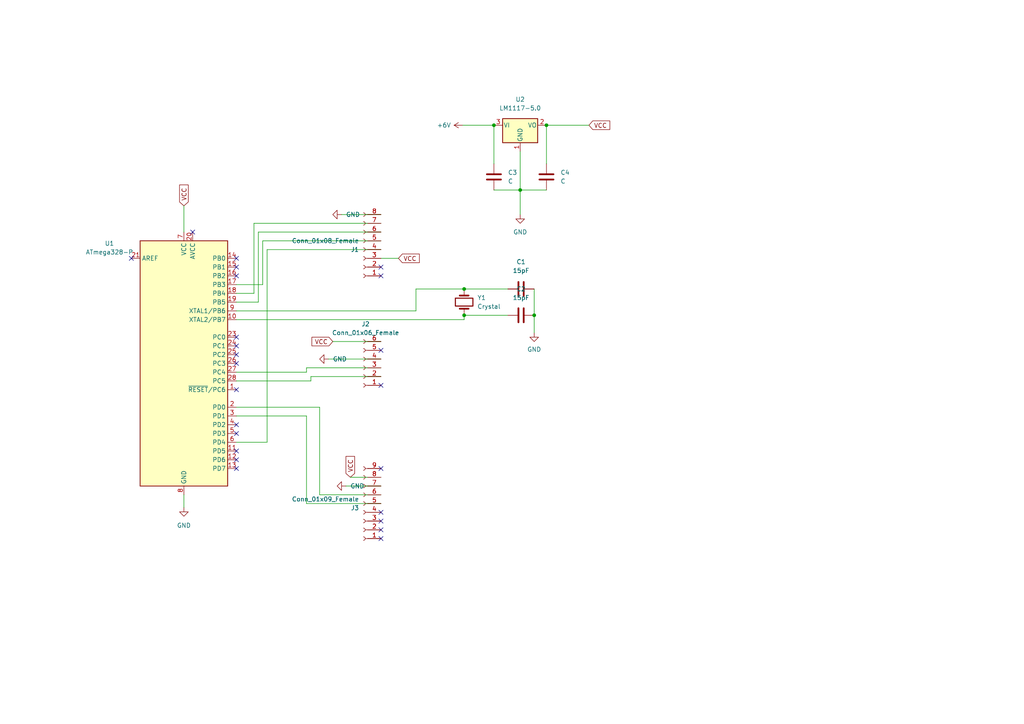
<source format=kicad_sch>
(kicad_sch (version 20211123) (generator eeschema)
  (paper "A4")
  (lib_symbols
    (symbol "Connector:Conn_01x06_Female" (pin_names (offset 1.016) hide)
      (property "Reference" "J" (at 0 7.62 0))
      (property "Value" "Conn_01x06_Female" (at 0 -10.16 0))
      (symbol "Conn_01x06_Female_1_1"
        (arc (start 0 -7.112) (mid -0.508 -7.62) (end 0 -8.128) (stroke (width 0.1524)))
        (arc (start 0 -4.572) (mid -0.508 -5.08) (end 0 -5.588) (stroke (width 0.1524)))
        (arc (start 0 -2.032) (mid -0.508 -2.54) (end 0 -3.048) (stroke (width 0.1524)))
        (polyline (pts (xy -1.27 -7.62) (xy -0.508 -7.62)) (stroke (width 0.1524)))
        (polyline (pts (xy -1.27 -5.08) (xy -0.508 -5.08)) (stroke (width 0.1524)))
        (polyline (pts (xy -1.27 -2.54) (xy -0.508 -2.54)) (stroke (width 0.1524)))
        (polyline (pts (xy -1.27 0) (xy -0.508 0)) (stroke (width 0.1524)))
        (polyline (pts (xy -1.27 2.54) (xy -0.508 2.54)) (stroke (width 0.1524)))
        (polyline (pts (xy -1.27 5.08) (xy -0.508 5.08)) (stroke (width 0.1524)))
        (arc (start 0 0.508) (mid -0.508 0) (end 0 -0.508) (stroke (width 0.1524)))
        (arc (start 0 3.048) (mid -0.508 2.54) (end 0 2.032) (stroke (width 0.1524)))
        (arc (start 0 5.588) (mid -0.508 5.08) (end 0 4.572) (stroke (width 0.1524)))
        (pin passive line (at -5.08 5.08 0) (length 3.81) (name "Pin_1") (number "1"))
        (pin passive line (at -5.08 2.54 0) (length 3.81) (name "Pin_2") (number "2"))
        (pin passive line (at -5.08 0 0) (length 3.81) (name "Pin_3") (number "3"))
        (pin passive line (at -5.08 -2.54 0) (length 3.81) (name "Pin_4") (number "4"))
        (pin passive line (at -5.08 -5.08 0) (length 3.81) (name "Pin_5") (number "5"))
        (pin passive line (at -5.08 -7.62 0) (length 3.81) (name "Pin_6") (number "6"))
      )
    )
    (symbol "Connector:Conn_01x08_Female" (pin_names (offset 1.016) hide)
      (property "Reference" "J" (at 0 10.16 0))
      (property "Value" "Conn_01x08_Female" (at 0 -12.7 0))
      (symbol "Conn_01x08_Female_1_1"
        (arc (start 0 -9.652) (mid -0.508 -10.16) (end 0 -10.668) (stroke (width 0.1524)))
        (arc (start 0 -7.112) (mid -0.508 -7.62) (end 0 -8.128) (stroke (width 0.1524)))
        (arc (start 0 -4.572) (mid -0.508 -5.08) (end 0 -5.588) (stroke (width 0.1524)))
        (arc (start 0 -2.032) (mid -0.508 -2.54) (end 0 -3.048) (stroke (width 0.1524)))
        (polyline (pts (xy -1.27 -10.16) (xy -0.508 -10.16)) (stroke (width 0.1524)))
        (polyline (pts (xy -1.27 -7.62) (xy -0.508 -7.62)) (stroke (width 0.1524)))
        (polyline (pts (xy -1.27 -5.08) (xy -0.508 -5.08)) (stroke (width 0.1524)))
        (polyline (pts (xy -1.27 -2.54) (xy -0.508 -2.54)) (stroke (width 0.1524)))
        (polyline (pts (xy -1.27 0) (xy -0.508 0)) (stroke (width 0.1524)))
        (polyline (pts (xy -1.27 2.54) (xy -0.508 2.54)) (stroke (width 0.1524)))
        (polyline (pts (xy -1.27 5.08) (xy -0.508 5.08)) (stroke (width 0.1524)))
        (polyline (pts (xy -1.27 7.62) (xy -0.508 7.62)) (stroke (width 0.1524)))
        (arc (start 0 0.508) (mid -0.508 0) (end 0 -0.508) (stroke (width 0.1524)))
        (arc (start 0 3.048) (mid -0.508 2.54) (end 0 2.032) (stroke (width 0.1524)))
        (arc (start 0 5.588) (mid -0.508 5.08) (end 0 4.572) (stroke (width 0.1524)))
        (arc (start 0 8.128) (mid -0.508 7.62) (end 0 7.112) (stroke (width 0.1524)))
        (pin passive line (at -5.08 7.62 0) (length 3.81) (name "Pin_1") (number "1"))
        (pin passive line (at -5.08 5.08 0) (length 3.81) (name "Pin_2") (number "2"))
        (pin passive line (at -5.08 2.54 0) (length 3.81) (name "Pin_3") (number "3"))
        (pin passive line (at -5.08 0 0) (length 3.81) (name "Pin_4") (number "4"))
        (pin passive line (at -5.08 -2.54 0) (length 3.81) (name "Pin_5") (number "5"))
        (pin passive line (at -5.08 -5.08 0) (length 3.81) (name "Pin_6") (number "6"))
        (pin passive line (at -5.08 -7.62 0) (length 3.81) (name "Pin_7") (number "7"))
        (pin passive line (at -5.08 -10.16 0) (length 3.81) (name "Pin_8") (number "8"))
      )
    )
    (symbol "Connector:Conn_01x09_Female" (pin_names (offset 1.016) hide)
      (property "Reference" "J" (at 0 12.7 0))
      (property "Value" "Conn_01x09_Female" (at 0 -12.7 0))
      (symbol "Conn_01x09_Female_1_1"
        (arc (start 0 -9.652) (mid -0.508 -10.16) (end 0 -10.668) (stroke (width 0.1524)))
        (arc (start 0 -7.112) (mid -0.508 -7.62) (end 0 -8.128) (stroke (width 0.1524)))
        (arc (start 0 -4.572) (mid -0.508 -5.08) (end 0 -5.588) (stroke (width 0.1524)))
        (arc (start 0 -2.032) (mid -0.508 -2.54) (end 0 -3.048) (stroke (width 0.1524)))
        (polyline (pts (xy -1.27 -10.16) (xy -0.508 -10.16)) (stroke (width 0.1524)))
        (polyline (pts (xy -1.27 -7.62) (xy -0.508 -7.62)) (stroke (width 0.1524)))
        (polyline (pts (xy -1.27 -5.08) (xy -0.508 -5.08)) (stroke (width 0.1524)))
        (polyline (pts (xy -1.27 -2.54) (xy -0.508 -2.54)) (stroke (width 0.1524)))
        (polyline (pts (xy -1.27 0) (xy -0.508 0)) (stroke (width 0.1524)))
        (polyline (pts (xy -1.27 2.54) (xy -0.508 2.54)) (stroke (width 0.1524)))
        (polyline (pts (xy -1.27 5.08) (xy -0.508 5.08)) (stroke (width 0.1524)))
        (polyline (pts (xy -1.27 7.62) (xy -0.508 7.62)) (stroke (width 0.1524)))
        (polyline (pts (xy -1.27 10.16) (xy -0.508 10.16)) (stroke (width 0.1524)))
        (arc (start 0 0.508) (mid -0.508 0) (end 0 -0.508) (stroke (width 0.1524)))
        (arc (start 0 3.048) (mid -0.508 2.54) (end 0 2.032) (stroke (width 0.1524)))
        (arc (start 0 5.588) (mid -0.508 5.08) (end 0 4.572) (stroke (width 0.1524)))
        (arc (start 0 8.128) (mid -0.508 7.62) (end 0 7.112) (stroke (width 0.1524)))
        (arc (start 0 10.668) (mid -0.508 10.16) (end 0 9.652) (stroke (width 0.1524)))
        (pin passive line (at -5.08 10.16 0) (length 3.81) (name "Pin_1") (number "1"))
        (pin passive line (at -5.08 7.62 0) (length 3.81) (name "Pin_2") (number "2"))
        (pin passive line (at -5.08 5.08 0) (length 3.81) (name "Pin_3") (number "3"))
        (pin passive line (at -5.08 2.54 0) (length 3.81) (name "Pin_4") (number "4"))
        (pin passive line (at -5.08 0 0) (length 3.81) (name "Pin_5") (number "5"))
        (pin passive line (at -5.08 -2.54 0) (length 3.81) (name "Pin_6") (number "6"))
        (pin passive line (at -5.08 -5.08 0) (length 3.81) (name "Pin_7") (number "7"))
        (pin passive line (at -5.08 -7.62 0) (length 3.81) (name "Pin_8") (number "8"))
        (pin passive line (at -5.08 -10.16 0) (length 3.81) (name "Pin_9") (number "9"))
      )
    )
    (symbol "Device:C" (pin_numbers hide) (pin_names (offset 0.254))
      (property "Reference" "C" (at 0.635 2.54 0))
      (property "Value" "C" (at 0.635 -2.54 0))
      (symbol "C_0_1"
        (polyline (pts (xy -2.032 -0.762) (xy 2.032 -0.762)) (stroke (width 0.508)))
        (polyline (pts (xy -2.032 0.762) (xy 2.032 0.762)) (stroke (width 0.508)))
      )
      (symbol "C_1_1"
        (pin passive line (at 0 3.81 270) (length 2.794) (name "~") (number "1"))
        (pin passive line (at 0 -3.81 90) (length 2.794) (name "~") (number "2"))
      )
    )
    (symbol "Device:Crystal" (pin_numbers hide) (pin_names (offset 1.016) hide)
      (property "Reference" "Y" (at 0 3.81 0))
      (property "Value" "Crystal" (at 0 -3.81 0))
      (symbol "Crystal_0_1"
        (rectangle (start -1.143 2.54) (end 1.143 -2.54) (stroke (width 0.3048)))
        (polyline (pts (xy -2.54 0) (xy -1.905 0)))
        (polyline (pts (xy -1.905 -1.27) (xy -1.905 1.27)) (stroke (width 0.508)))
        (polyline (pts (xy 1.905 -1.27) (xy 1.905 1.27)) (stroke (width 0.508)))
        (polyline (pts (xy 2.54 0) (xy 1.905 0)))
      )
      (symbol "Crystal_1_1"
        (pin passive line (at -3.81 0 0) (length 1.27) (name "1") (number "1"))
        (pin passive line (at 3.81 0 180) (length 1.27) (name "2") (number "2"))
      )
    )
    (symbol "MCU_Microchip_ATmega:ATmega328-P"
      (property "Reference" "U" (at -12.7 36.83 0))
      (property "Value" "ATmega328-P" (at 2.54 -36.83 0))
      (symbol "ATmega328-P_0_1"
        (rectangle (start -12.7 -35.56) (end 12.7 35.56) (stroke (width 0.254)) (fill (type background)))
      )
      (symbol "ATmega328-P_1_1"
        (pin bidirectional line (at 15.24 -7.62 180) (length 2.54) (name "~{RESET}/PC6") (number "1"))
        (pin bidirectional line (at 15.24 12.7 180) (length 2.54) (name "XTAL2/PB7") (number "10"))
        (pin bidirectional line (at 15.24 -25.4 180) (length 2.54) (name "PD5") (number "11"))
        (pin bidirectional line (at 15.24 -27.94 180) (length 2.54) (name "PD6") (number "12"))
        (pin bidirectional line (at 15.24 -30.48 180) (length 2.54) (name "PD7") (number "13"))
        (pin bidirectional line (at 15.24 30.48 180) (length 2.54) (name "PB0") (number "14"))
        (pin bidirectional line (at 15.24 27.94 180) (length 2.54) (name "PB1") (number "15"))
        (pin bidirectional line (at 15.24 25.4 180) (length 2.54) (name "PB2") (number "16"))
        (pin bidirectional line (at 15.24 22.86 180) (length 2.54) (name "PB3") (number "17"))
        (pin bidirectional line (at 15.24 20.32 180) (length 2.54) (name "PB4") (number "18"))
        (pin bidirectional line (at 15.24 17.78 180) (length 2.54) (name "PB5") (number "19"))
        (pin bidirectional line (at 15.24 -12.7 180) (length 2.54) (name "PD0") (number "2"))
        (pin power_in line (at 2.54 38.1 270) (length 2.54) (name "AVCC") (number "20"))
        (pin passive line (at -15.24 30.48 0) (length 2.54) (name "AREF") (number "21"))
        (pin passive line (at 0 -38.1 90) (length 2.54) hide (name "GND") (number "22"))
        (pin bidirectional line (at 15.24 7.62 180) (length 2.54) (name "PC0") (number "23"))
        (pin bidirectional line (at 15.24 5.08 180) (length 2.54) (name "PC1") (number "24"))
        (pin bidirectional line (at 15.24 2.54 180) (length 2.54) (name "PC2") (number "25"))
        (pin bidirectional line (at 15.24 0 180) (length 2.54) (name "PC3") (number "26"))
        (pin bidirectional line (at 15.24 -2.54 180) (length 2.54) (name "PC4") (number "27"))
        (pin bidirectional line (at 15.24 -5.08 180) (length 2.54) (name "PC5") (number "28"))
        (pin bidirectional line (at 15.24 -15.24 180) (length 2.54) (name "PD1") (number "3"))
        (pin bidirectional line (at 15.24 -17.78 180) (length 2.54) (name "PD2") (number "4"))
        (pin bidirectional line (at 15.24 -20.32 180) (length 2.54) (name "PD3") (number "5"))
        (pin bidirectional line (at 15.24 -22.86 180) (length 2.54) (name "PD4") (number "6"))
        (pin power_in line (at 0 38.1 270) (length 2.54) (name "VCC") (number "7"))
        (pin power_in line (at 0 -38.1 90) (length 2.54) (name "GND") (number "8"))
        (pin bidirectional line (at 15.24 15.24 180) (length 2.54) (name "XTAL1/PB6") (number "9"))
      )
    )
    (symbol "Regulator_Linear:LM1117-5.0" (pin_names (offset 0.254))
      (property "Reference" "U" (at -3.81 3.175 0))
      (property "Value" "LM1117-5.0" (at 0 3.175 0))
      (symbol "LM1117-5.0_0_1"
        (rectangle (start -5.08 -5.08) (end 5.08 1.905) (stroke (width 0.254)) (fill (type background)))
      )
      (symbol "LM1117-5.0_1_1"
        (pin power_in line (at 0 -7.62 90) (length 2.54) (name "GND") (number "1"))
        (pin power_out line (at 7.62 0 180) (length 2.54) (name "VO") (number "2"))
        (pin power_in line (at -7.62 0 0) (length 2.54) (name "VI") (number "3"))
      )
    )
    (symbol "power:+6V" (power) (pin_names (offset 0))
      (property "Value" "+6V" (at 0 3.556 0))
      (symbol "+6V_0_1"
        (polyline (pts (xy -0.762 1.27) (xy 0 2.54)))
        (polyline (pts (xy 0 0) (xy 0 2.54)))
        (polyline (pts (xy 0 2.54) (xy 0.762 1.27)))
      )
      (symbol "+6V_1_1"
        (pin power_in line (at 0 0 90) (length 0) hide (name "+6V") (number "1"))
      )
    )
    (symbol "power:GND" (power) (pin_names (offset 0))
      (property "Value" "GND" (at 0 -3.81 0))
      (symbol "GND_0_1"
        (polyline (pts (xy 0 0) (xy 0 -1.27) (xy 1.27 -1.27) (xy 0 -2.54) (xy -1.27 -1.27) (xy 0 -1.27)))
      )
      (symbol "GND_1_1"
        (pin power_in line (at 0 0 270) (length 0) hide (name "GND") (number "1"))
      )
    )
  )
  (junction (at 150.876 55.118))
  (junction (at 154.94 91.44))
  (junction (at 158.496 36.322))
  (junction (at 134.62 83.82))
  (junction (at 143.256 36.322))
  (junction (at 134.62 91.44))
  (no_connect (at 68.58 74.93))
  (no_connect (at 110.49 156.21))
  (no_connect (at 68.58 130.81))
  (no_connect (at 110.49 80.01))
  (no_connect (at 68.58 125.73))
  (no_connect (at 110.49 111.76))
  (no_connect (at 68.58 100.33))
  (no_connect (at 68.58 80.01))
  (no_connect (at 68.58 102.87))
  (no_connect (at 110.49 77.47))
  (no_connect (at 68.58 133.35))
  (no_connect (at 110.49 153.67))
  (no_connect (at 68.58 105.41))
  (no_connect (at 68.58 135.89))
  (no_connect (at 110.49 101.6))
  (no_connect (at 110.49 148.59))
  (no_connect (at 68.58 123.19))
  (no_connect (at 68.58 113.03))
  (no_connect (at 38.1 74.93))
  (no_connect (at 68.58 77.47))
  (no_connect (at 110.49 151.13))
  (no_connect (at 110.49 135.89))
  (no_connect (at 55.88 67.31))
  (no_connect (at 68.58 97.79))
  (wire (pts (xy 90.17 110.49) (xy 90.17 109.22)))
  (wire (pts (xy 134.62 91.44) (xy 134.62 92.71)))
  (wire (pts (xy 143.256 36.322) (xy 143.256 47.498)))
  (wire (pts (xy 76.2 69.85) (xy 110.49 69.85)))
  (wire (pts (xy 53.34 59.69) (xy 53.34 67.31)))
  (wire (pts (xy 73.66 64.77) (xy 110.49 64.77)))
  (wire (pts (xy 134.62 83.82) (xy 147.32 83.82)))
  (wire (pts (xy 90.17 109.22) (xy 110.49 109.22)))
  (wire (pts (xy 88.9 120.65) (xy 88.9 146.05)))
  (wire (pts (xy 147.32 91.44) (xy 134.62 91.44)))
  (wire (pts (xy 134.239 36.322) (xy 143.256 36.322)))
  (wire (pts (xy 68.58 85.09) (xy 73.66 85.09)))
  (wire (pts (xy 74.93 87.63) (xy 74.93 67.31)))
  (wire (pts (xy 150.876 43.942) (xy 150.876 55.118)))
  (wire (pts (xy 68.58 120.65) (xy 88.9 120.65)))
  (wire (pts (xy 68.58 128.27) (xy 77.47 128.27)))
  (wire (pts (xy 74.93 67.31) (xy 110.49 67.31)))
  (wire (pts (xy 92.71 143.51) (xy 110.49 143.51)))
  (wire (pts (xy 120.65 90.17) (xy 120.65 83.82)))
  (wire (pts (xy 53.34 143.51) (xy 53.34 147.193)))
  (wire (pts (xy 100.33 140.97) (xy 110.49 140.97)))
  (wire (pts (xy 154.94 91.44) (xy 154.94 83.82)))
  (wire (pts (xy 120.65 83.82) (xy 134.62 83.82)))
  (wire (pts (xy 158.496 36.195) (xy 158.496 36.322)))
  (wire (pts (xy 99.06 62.23) (xy 110.49 62.23)))
  (wire (pts (xy 115.57 74.93) (xy 110.49 74.93)))
  (wire (pts (xy 68.58 107.95) (xy 88.9 107.95)))
  (wire (pts (xy 88.9 107.95) (xy 88.9 106.68)))
  (wire (pts (xy 95.25 104.14) (xy 110.49 104.14)))
  (wire (pts (xy 154.94 96.52) (xy 154.94 91.44)))
  (wire (pts (xy 77.47 72.39) (xy 110.49 72.39)))
  (wire (pts (xy 150.876 55.118) (xy 158.496 55.118)))
  (wire (pts (xy 76.2 82.55) (xy 76.2 69.85)))
  (wire (pts (xy 73.66 85.09) (xy 73.66 64.77)))
  (wire (pts (xy 68.58 82.55) (xy 76.2 82.55)))
  (wire (pts (xy 143.256 55.118) (xy 150.876 55.118)))
  (wire (pts (xy 77.47 128.27) (xy 77.47 72.39)))
  (wire (pts (xy 158.496 36.322) (xy 158.496 47.498)))
  (wire (pts (xy 143.256 36.195) (xy 143.256 36.322)))
  (wire (pts (xy 88.9 106.68) (xy 110.49 106.68)))
  (wire (pts (xy 170.815 36.322) (xy 158.496 36.322)))
  (wire (pts (xy 68.58 90.17) (xy 120.65 90.17)))
  (wire (pts (xy 92.71 118.11) (xy 92.71 143.51)))
  (wire (pts (xy 68.58 110.49) (xy 90.17 110.49)))
  (wire (pts (xy 68.58 87.63) (xy 74.93 87.63)))
  (wire (pts (xy 150.876 55.118) (xy 150.876 62.23)))
  (wire (pts (xy 68.58 118.11) (xy 92.71 118.11)))
  (wire (pts (xy 101.6 138.43) (xy 110.49 138.43)))
  (wire (pts (xy 68.58 92.71) (xy 134.62 92.71)))
  (wire (pts (xy 88.9 146.05) (xy 110.49 146.05)))
  (wire (pts (xy 96.52 99.06) (xy 110.49 99.06)))
  (global_label "VCC" (shape input) (at 170.815 36.322 0) (property "Intersheet References" "${INTERSHEET_REFS}" (effects hide)))
  (global_label "VCC" (shape input) (at 96.52 99.06 180) (property "Intersheet References" "${INTERSHEET_REFS}" (effects hide)))
  (global_label "VCC" (shape input) (at 101.6 138.43 90) (property "Intersheet References" "${INTERSHEET_REFS}" (effects hide)))
  (global_label "VCC" (shape input) (at 115.57 74.93 0) (property "Intersheet References" "${INTERSHEET_REFS}" (effects hide)))
  (global_label "VCC" (shape input) (at 53.34 59.69 90) (property "Intersheet References" "${INTERSHEET_REFS}" (effects hide)))
  (symbol (lib_id "power:GND") (at 154.94 96.52 0) (unit 1)
    (property "Reference" "#PWR01" (effects hide))
    (property "Value" "GND" (at 154.94 101.346 0))
  )
  (symbol (lib_id "MCU_Microchip_ATmega:ATmega328-P") (at 53.34 105.41 0) (unit 1)
    (property "Reference" "U1" (at 31.75 70.5993 0))
    (property "Value" "ATmega328-P" (at 31.75 73.1393 0))
    (property "Footprint" "Package_DIP:DIP-28_W7.62mm" (effects hide))
    (property "Datasheet" "http://ww1.microchip.com/downloads/en/DeviceDoc/ATmega328_P%20AVR%20MCU%20with%20picoPower%20Technology%20Data%20Sheet%2040001984A.pdf" (effects hide))
  )
  (symbol (lib_id "power:GND") (at 53.34 147.193 0) (unit 1)
    (property "Reference" "#PWR0101" (effects hide))
    (property "Value" "GND" (at 53.34 152.4 0))
  )
  (symbol (lib_id "Device:C") (at 151.13 83.82 270) (unit 1)
    (property "Reference" "C1" (at 151.13 75.946 90))
    (property "Value" "15pF" (at 151.13 78.486 90))
    (property "Footprint" "Capacitor_SMD:C_1206_3216Metric" (effects hide))
  )
  (symbol (lib_id "power:GND") (at 95.25 104.14 270) (unit 1)
    (property "Reference" "#PWR0104" (effects hide))
    (property "Value" "GND" (at 96.52 104.1399 90) (effects (justify left)))
  )
  (symbol (lib_id "Device:C") (at 151.13 91.44 270) (unit 1)
    (property "Reference" "C2" (at 151.13 83.82 90))
    (property "Value" "15pF" (at 151.13 86.36 90))
    (property "Footprint" "Capacitor_SMD:C_1206_3216Metric" (effects hide))
  )
  (symbol (lib_id "Connector:Conn_01x06_Female") (at 105.41 106.68 180) (unit 1)
    (property "Reference" "J2" (at 106.045 93.98 0))
    (property "Value" "Conn_01x06_Female" (at 106.045 96.52 0))
    (property "Footprint" "Connector_PinSocket_2.54mm:PinSocket_1x06_P2.54mm_Vertical" (effects hide))
  )
  (symbol (lib_id "power:GND") (at 100.33 140.97 270) (unit 1)
    (property "Reference" "#PWR0105" (effects hide))
    (property "Value" "GND" (at 101.6 140.9699 90) (effects (justify left)))
  )
  (symbol (lib_id "Device:Crystal") (at 134.62 87.63 90) (unit 1)
    (property "Reference" "Y1" (at 138.43 86.3599 90) (effects (justify right)))
    (property "Value" "Crystal" (at 138.43 88.8999 90) (effects (justify right)))
    (property "Footprint" "Crystal:Resonator-2Pin_W10.0mm_H5.0mm" (effects hide))
  )
  (symbol (lib_id "power:GND") (at 99.06 62.23 270) (unit 1)
    (property "Reference" "#PWR0102" (effects hide))
    (property "Value" "GND" (at 100.33 62.2299 90) (effects (justify left)))
  )
  (symbol (lib_id "power:GND") (at 150.876 62.23 0) (unit 1)
    (property "Reference" "#PWR03" (effects hide))
    (property "Value" "GND" (at 150.876 67.31 0))
  )
  (symbol (lib_id "Regulator_Linear:LM1117-5.0") (at 150.876 36.322 0) (unit 1)
    (property "Reference" "U2" (at 150.876 28.829 0))
    (property "Value" "LM1117-5.0" (at 150.876 31.369 0))
    (property "Footprint" "eec:National_Semiconductor-LM1117IMP-5.0-Level_A" (effects hide))
    (property "Datasheet" "http://www.ti.com/lit/ds/symlink/lm1117.pdf" (effects hide))
  )
  (symbol (lib_id "Device:C") (at 143.256 51.308 0) (unit 1)
    (property "Reference" "C3" (at 147.32 50.0379 0) (effects (justify left)))
    (property "Value" "C" (at 147.32 52.5779 0) (effects (justify left)))
    (property "Footprint" "Capacitor_SMD:C_1206_3216Metric" (effects hide))
  )
  (symbol (lib_id "Device:C") (at 158.496 51.308 0) (unit 1)
    (property "Reference" "C4" (at 162.56 50.0379 0) (effects (justify left)))
    (property "Value" "C" (at 162.56 52.5779 0) (effects (justify left)))
    (property "Footprint" "Capacitor_SMD:C_1206_3216Metric" (effects hide))
  )
  (symbol (lib_id "power:+6V") (at 134.239 36.322 90) (unit 1)
    (property "Reference" "#PWR02" (effects hide))
    (property "Value" "+6V" (at 130.81 36.3219 90) (effects (justify left)))
  )
  (symbol (lib_id "Connector:Conn_01x08_Female") (at 105.41 72.39 180) (unit 1)
    (property "Reference" "J1" (at 104.14 72.3901 0) (effects (justify left)))
    (property "Value" "Conn_01x08_Female" (at 104.14 69.8501 0) (effects (justify left)))
    (property "Footprint" "Connector_PinSocket_2.54mm:PinSocket_1x08_P2.54mm_Vertical" (effects hide))
  )
  (symbol (lib_id "Connector:Conn_01x09_Female") (at 105.41 146.05 180) (unit 1)
    (property "Reference" "J3" (at 104.14 147.3201 0) (effects (justify left)))
    (property "Value" "Conn_01x09_Female" (at 104.14 144.7801 0) (effects (justify left)))
    (property "Footprint" "Connector_PinSocket_2.54mm:PinSocket_1x09_P2.54mm_Vertical" (effects hide))
  )
)
</source>
